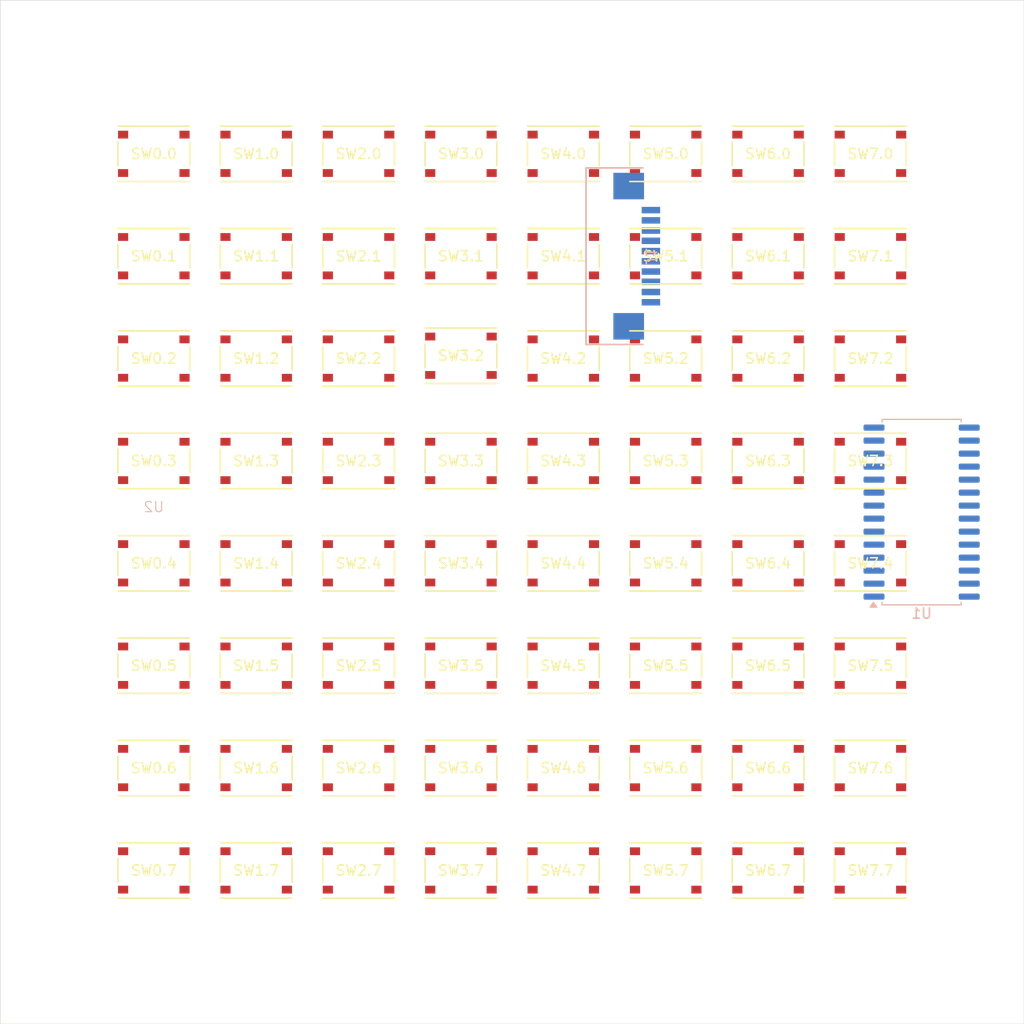
<source format=kicad_pcb>
(kicad_pcb (version 20240108) (generator "pcbnew") (generator_version "8.0")
  (layers (0 "F.Cu" signal) (31 "B.Cu" signal) (34 "B.Paste" user) (35 "F.Paste" user) (36 "B.SilkS" user "B.Silkscreen") (37 "F.SilkS" user "F.Silkscreen") (38 "B.Mask" user) (39 "F.Mask" user) (44 "Edge.Cuts" user))
  (net 0 "")
  (net 1 "/R0")
  (net 2 "/C0")
  (net 4 "/R1")
  (net 6 "/R2")
  (net 14 "/R3")
  (net 15 "/R4")
  (net 16 "/R5")
  (net 17 "/R6")
  (net 18 "/R7")
  (net 19 "/C1")
  (net 28 "/C2")
  (net 43 "/C3")
  (net 57 "/C4")
  (net 66 "/C5")
  (net 75 "/C6")
  (net 84 "/C7")
  (footprint "kicad_inventree_lib:TS-1187A-B-A-B_XKB" (layer "F.Cu") (at 155 95)
    (property "Reference" "SW4.3" (at 0 0 0) (layer "F.SilkS"))
    (property "Value" "TS-1187A-B-A-B")
    (pad "1" smd rect (at -3.000002 -1.875) (size 0.9906 0.762) (layers "F.Cu" "F.Paste" "F.Mask") (net 14 "/R3"))
    (pad "2" smd rect (at 3.000002 -1.875) (size 0.9906 0.762) (layers "F.Cu" "F.Paste" "F.Mask"))
    (pad "3" smd rect (at -3.000002 1.875) (size 0.9906 0.762) (layers "F.Cu" "F.Paste" "F.Mask"))
    (pad "4" smd rect (at 3.000002 1.875) (size 0.9906 0.762) (layers "F.Cu" "F.Paste" "F.Mask") (net 57 "/C4"))
  )
  (footprint "kicad_inventree_lib:TS-1187A-B-A-B_XKB" (layer "F.Cu") (at 175 135)
    (property "Reference" "SW6.7" (at 0 0 0) (layer "F.SilkS"))
    (property "Value" "TS-1187A-B-A-B")
    (pad "1" smd rect (at -3.000002 -1.875) (size 0.9906 0.762) (layers "F.Cu" "F.Paste" "F.Mask") (net 18 "/R7"))
    (pad "2" smd rect (at 3.000002 -1.875) (size 0.9906 0.762) (layers "F.Cu" "F.Paste" "F.Mask"))
    (pad "3" smd rect (at -3.000002 1.875) (size 0.9906 0.762) (layers "F.Cu" "F.Paste" "F.Mask"))
    (pad "4" smd rect (at 3.000002 1.875) (size 0.9906 0.762) (layers "F.Cu" "F.Paste" "F.Mask") (net 75 "/C6"))
  )
  (footprint "kicad_inventree_lib:TS-1187A-B-A-B_XKB" (layer "F.Cu") (at 135 125)
    (property "Reference" "SW2.6" (at 0 0 0) (layer "F.SilkS"))
    (property "Value" "TS-1187A-B-A-B")
    (pad "1" smd rect (at -3.000002 -1.875) (size 0.9906 0.762) (layers "F.Cu" "F.Paste" "F.Mask") (net 17 "/R6"))
    (pad "2" smd rect (at 3.000002 -1.875) (size 0.9906 0.762) (layers "F.Cu" "F.Paste" "F.Mask"))
    (pad "3" smd rect (at -3.000002 1.875) (size 0.9906 0.762) (layers "F.Cu" "F.Paste" "F.Mask"))
    (pad "4" smd rect (at 3.000002 1.875) (size 0.9906 0.762) (layers "F.Cu" "F.Paste" "F.Mask") (net 28 "/C2"))
  )
  (footprint "kicad_inventree_lib:TS-1187A-B-A-B_XKB" (layer "F.Cu") (at 185 85)
    (property "Reference" "SW7.2" (at 0 0 0) (layer "F.SilkS"))
    (property "Value" "TS-1187A-B-A-B")
    (pad "1" smd rect (at -3.000002 -1.875) (size 0.9906 0.762) (layers "F.Cu" "F.Paste" "F.Mask") (net 6 "/R2"))
    (pad "2" smd rect (at 3.000002 -1.875) (size 0.9906 0.762) (layers "F.Cu" "F.Paste" "F.Mask"))
    (pad "3" smd rect (at -3.000002 1.875) (size 0.9906 0.762) (layers "F.Cu" "F.Paste" "F.Mask"))
    (pad "4" smd rect (at 3.000002 1.875) (size 0.9906 0.762) (layers "F.Cu" "F.Paste" "F.Mask") (net 84 "/C7"))
  )
  (footprint "kicad_inventree_lib:TS-1187A-B-A-B_XKB" (layer "F.Cu") (at 185 75)
    (property "Reference" "SW7.1" (at 0 0 0) (layer "F.SilkS"))
    (property "Value" "TS-1187A-B-A-B")
    (pad "1" smd rect (at -3.000002 -1.875) (size 0.9906 0.762) (layers "F.Cu" "F.Paste" "F.Mask") (net 4 "/R1"))
    (pad "2" smd rect (at 3.000002 -1.875) (size 0.9906 0.762) (layers "F.Cu" "F.Paste" "F.Mask"))
    (pad "3" smd rect (at -3.000002 1.875) (size 0.9906 0.762) (layers "F.Cu" "F.Paste" "F.Mask"))
    (pad "4" smd rect (at 3.000002 1.875) (size 0.9906 0.762) (layers "F.Cu" "F.Paste" "F.Mask") (net 84 "/C7"))
  )
  (footprint "kicad_inventree_lib:TS-1187A-B-A-B_XKB" (layer "F.Cu") (at 135 85)
    (property "Reference" "SW2.2" (at 0 0 0) (layer "F.SilkS"))
    (property "Value" "TS-1187A-B-A-B")
    (pad "1" smd rect (at -3.000002 -1.875) (size 0.9906 0.762) (layers "F.Cu" "F.Paste" "F.Mask") (net 6 "/R2"))
    (pad "2" smd rect (at 3.000002 -1.875) (size 0.9906 0.762) (layers "F.Cu" "F.Paste" "F.Mask"))
    (pad "3" smd rect (at -3.000002 1.875) (size 0.9906 0.762) (layers "F.Cu" "F.Paste" "F.Mask"))
    (pad "4" smd rect (at 3.000002 1.875) (size 0.9906 0.762) (layers "F.Cu" "F.Paste" "F.Mask") (net 28 "/C2"))
  )
  (footprint "kicad_inventree_lib:TS-1187A-B-A-B_XKB" (layer "F.Cu") (at 125 75)
    (property "Reference" "SW1.1" (at 0 0 0) (layer "F.SilkS"))
    (property "Value" "TS-1187A-B-A-B")
    (pad "1" smd rect (at -3.000002 -1.875) (size 0.9906 0.762) (layers "F.Cu" "F.Paste" "F.Mask") (net 4 "/R1"))
    (pad "2" smd rect (at 3.000002 -1.875) (size 0.9906 0.762) (layers "F.Cu" "F.Paste" "F.Mask"))
    (pad "3" smd rect (at -3.000002 1.875) (size 0.9906 0.762) (layers "F.Cu" "F.Paste" "F.Mask"))
    (pad "4" smd rect (at 3.000002 1.875) (size 0.9906 0.762) (layers "F.Cu" "F.Paste" "F.Mask") (net 19 "/C1"))
  )
  (footprint "kicad_inventree_lib:TS-1187A-B-A-B_XKB" (layer "F.Cu") (at 145 125)
    (property "Reference" "SW3.6" (at 0 0 0) (layer "F.SilkS"))
    (property "Value" "TS-1187A-B-A-B")
    (pad "1" smd rect (at -3.000002 -1.875) (size 0.9906 0.762) (layers "F.Cu" "F.Paste" "F.Mask") (net 17 "/R6"))
    (pad "2" smd rect (at 3.000002 -1.875) (size 0.9906 0.762) (layers "F.Cu" "F.Paste" "F.Mask"))
    (pad "3" smd rect (at -3.000002 1.875) (size 0.9906 0.762) (layers "F.Cu" "F.Paste" "F.Mask"))
    (pad "4" smd rect (at 3.000002 1.875) (size 0.9906 0.762) (layers "F.Cu" "F.Paste" "F.Mask") (net 43 "/C3"))
  )
  (footprint "kicad_inventree_lib:TS-1187A-B-A-B_XKB" (layer "F.Cu") (at 125 105)
    (property "Reference" "SW1.4" (at 0 0 0) (layer "F.SilkS"))
    (property "Value" "TS-1187A-B-A-B")
    (pad "1" smd rect (at -3.000002 -1.875) (size 0.9906 0.762) (layers "F.Cu" "F.Paste" "F.Mask") (net 15 "/R4"))
    (pad "2" smd rect (at 3.000002 -1.875) (size 0.9906 0.762) (layers "F.Cu" "F.Paste" "F.Mask"))
    (pad "3" smd rect (at -3.000002 1.875) (size 0.9906 0.762) (layers "F.Cu" "F.Paste" "F.Mask"))
    (pad "4" smd rect (at 3.000002 1.875) (size 0.9906 0.762) (layers "F.Cu" "F.Paste" "F.Mask") (net 19 "/C1"))
  )
  (footprint "kicad_inventree_lib:TS-1187A-B-A-B_XKB" (layer "F.Cu") (at 185 65)
    (property "Reference" "SW7.0" (at 0 0 0) (layer "F.SilkS"))
    (property "Value" "TS-1187A-B-A-B")
    (pad "1" smd rect (at -3.000002 -1.875) (size 0.9906 0.762) (layers "F.Cu" "F.Paste" "F.Mask") (net 1 "/R0"))
    (pad "2" smd rect (at 3.000002 -1.875) (size 0.9906 0.762) (layers "F.Cu" "F.Paste" "F.Mask"))
    (pad "3" smd rect (at -3.000002 1.875) (size 0.9906 0.762) (layers "F.Cu" "F.Paste" "F.Mask"))
    (pad "4" smd rect (at 3.000002 1.875) (size 0.9906 0.762) (layers "F.Cu" "F.Paste" "F.Mask") (net 84 "/C7"))
  )
  (footprint "kicad_inventree_lib:TS-1187A-B-A-B_XKB" (layer "F.Cu") (at 145 105)
    (property "Reference" "SW3.4" (at 0 0 0) (layer "F.SilkS"))
    (property "Value" "TS-1187A-B-A-B")
    (pad "1" smd rect (at -3.000002 -1.875) (size 0.9906 0.762) (layers "F.Cu" "F.Paste" "F.Mask") (net 15 "/R4"))
    (pad "2" smd rect (at 3.000002 -1.875) (size 0.9906 0.762) (layers "F.Cu" "F.Paste" "F.Mask"))
    (pad "3" smd rect (at -3.000002 1.875) (size 0.9906 0.762) (layers "F.Cu" "F.Paste" "F.Mask"))
    (pad "4" smd rect (at 3.000002 1.875) (size 0.9906 0.762) (layers "F.Cu" "F.Paste" "F.Mask") (net 43 "/C3"))
  )
  (footprint "kicad_inventree_lib:TS-1187A-B-A-B_XKB" (layer "F.Cu") (at 125 115)
    (property "Reference" "SW1.5" (at 0 0 0) (layer "F.SilkS"))
    (property "Value" "TS-1187A-B-A-B")
    (pad "1" smd rect (at -3.000002 -1.875) (size 0.9906 0.762) (layers "F.Cu" "F.Paste" "F.Mask") (net 16 "/R5"))
    (pad "2" smd rect (at 3.000002 -1.875) (size 0.9906 0.762) (layers "F.Cu" "F.Paste" "F.Mask"))
    (pad "3" smd rect (at -3.000002 1.875) (size 0.9906 0.762) (layers "F.Cu" "F.Paste" "F.Mask"))
    (pad "4" smd rect (at 3.000002 1.875) (size 0.9906 0.762) (layers "F.Cu" "F.Paste" "F.Mask") (net 19 "/C1"))
  )
  (footprint "kicad_inventree_lib:TS-1187A-B-A-B_XKB" (layer "F.Cu") (at 115 135)
    (property "Reference" "SW0.7" (at 0 0 0) (layer "F.SilkS"))
    (property "Value" "TS-1187A-B-A-B")
    (pad "1" smd rect (at -3.000002 -1.875) (size 0.9906 0.762) (layers "F.Cu" "F.Paste" "F.Mask") (net 18 "/R7"))
    (pad "2" smd rect (at 3.000002 -1.875) (size 0.9906 0.762) (layers "F.Cu" "F.Paste" "F.Mask"))
    (pad "3" smd rect (at -3.000002 1.875) (size 0.9906 0.762) (layers "F.Cu" "F.Paste" "F.Mask"))
    (pad "4" smd rect (at 3.000002 1.875) (size 0.9906 0.762) (layers "F.Cu" "F.Paste" "F.Mask") (net 2 "/C0"))
  )
  (footprint "kicad_inventree_lib:TS-1187A-B-A-B_XKB" (layer "F.Cu") (at 175 115)
    (property "Reference" "SW6.5" (at 0 0 0) (layer "F.SilkS"))
    (property "Value" "TS-1187A-B-A-B")
    (pad "1" smd rect (at -3.000002 -1.875) (size 0.9906 0.762) (layers "F.Cu" "F.Paste" "F.Mask") (net 16 "/R5"))
    (pad "2" smd rect (at 3.000002 -1.875) (size 0.9906 0.762) (layers "F.Cu" "F.Paste" "F.Mask"))
    (pad "3" smd rect (at -3.000002 1.875) (size 0.9906 0.762) (layers "F.Cu" "F.Paste" "F.Mask"))
    (pad "4" smd rect (at 3.000002 1.875) (size 0.9906 0.762) (layers "F.Cu" "F.Paste" "F.Mask") (net 75 "/C6"))
  )
  (footprint "kicad_inventree_lib:TS-1187A-B-A-B_XKB" (layer "F.Cu") (at 175 75)
    (property "Reference" "SW6.1" (at 0 0 0) (layer "F.SilkS"))
    (property "Value" "TS-1187A-B-A-B")
    (pad "1" smd rect (at -3.000002 -1.875) (size 0.9906 0.762) (layers "F.Cu" "F.Paste" "F.Mask") (net 4 "/R1"))
    (pad "2" smd rect (at 3.000002 -1.875) (size 0.9906 0.762) (layers "F.Cu" "F.Paste" "F.Mask"))
    (pad "3" smd rect (at -3.000002 1.875) (size 0.9906 0.762) (layers "F.Cu" "F.Paste" "F.Mask"))
    (pad "4" smd rect (at 3.000002 1.875) (size 0.9906 0.762) (layers "F.Cu" "F.Paste" "F.Mask") (net 75 "/C6"))
  )
  (footprint "kicad_inventree_lib:TS-1187A-B-A-B_XKB" (layer "F.Cu") (at 125 85)
    (property "Reference" "SW1.2" (at 0 0 0) (layer "F.SilkS"))
    (property "Value" "TS-1187A-B-A-B")
    (pad "1" smd rect (at -3.000002 -1.875) (size 0.9906 0.762) (layers "F.Cu" "F.Paste" "F.Mask") (net 6 "/R2"))
    (pad "2" smd rect (at 3.000002 -1.875) (size 0.9906 0.762) (layers "F.Cu" "F.Paste" "F.Mask"))
    (pad "3" smd rect (at -3.000002 1.875) (size 0.9906 0.762) (layers "F.Cu" "F.Paste" "F.Mask"))
    (pad "4" smd rect (at 3.000002 1.875) (size 0.9906 0.762) (layers "F.Cu" "F.Paste" "F.Mask") (net 19 "/C1"))
  )
  (footprint "kicad_inventree_lib:TS-1187A-B-A-B_XKB" (layer "F.Cu") (at 135 115)
    (property "Reference" "SW2.5" (at 0 0 0) (layer "F.SilkS"))
    (property "Value" "TS-1187A-B-A-B")
    (pad "1" smd rect (at -3.000002 -1.875) (size 0.9906 0.762) (layers "F.Cu" "F.Paste" "F.Mask") (net 16 "/R5"))
    (pad "2" smd rect (at 3.000002 -1.875) (size 0.9906 0.762) (layers "F.Cu" "F.Paste" "F.Mask"))
    (pad "3" smd rect (at -3.000002 1.875) (size 0.9906 0.762) (layers "F.Cu" "F.Paste" "F.Mask"))
    (pad "4" smd rect (at 3.000002 1.875) (size 0.9906 0.762) (layers "F.Cu" "F.Paste" "F.Mask") (net 28 "/C2"))
  )
  (footprint "kicad_inventree_lib:TS-1187A-B-A-B_XKB" (layer "F.Cu") (at 115 85)
    (property "Reference" "SW0.2" (at 0 0 0) (layer "F.SilkS"))
    (property "Value" "TS-1187A-B-A-B")
    (pad "1" smd rect (at -3.000002 -1.875) (size 0.9906 0.762) (layers "F.Cu" "F.Paste" "F.Mask") (net 6 "/R2"))
    (pad "2" smd rect (at 3.000002 -1.875) (size 0.9906 0.762) (layers "F.Cu" "F.Paste" "F.Mask"))
    (pad "3" smd rect (at -3.000002 1.875) (size 0.9906 0.762) (layers "F.Cu" "F.Paste" "F.Mask"))
    (pad "4" smd rect (at 3.000002 1.875) (size 0.9906 0.762) (layers "F.Cu" "F.Paste" "F.Mask") (net 2 "/C0"))
  )
  (footprint "kicad_inventree_lib:TS-1187A-B-A-B_XKB" (layer "F.Cu") (at 175 85)
    (property "Reference" "SW6.2" (at 0 0 0) (layer "F.SilkS"))
    (property "Value" "TS-1187A-B-A-B")
    (pad "1" smd rect (at -3.000002 -1.875) (size 0.9906 0.762) (layers "F.Cu" "F.Paste" "F.Mask") (net 6 "/R2"))
    (pad "2" smd rect (at 3.000002 -1.875) (size 0.9906 0.762) (layers "F.Cu" "F.Paste" "F.Mask"))
    (pad "3" smd rect (at -3.000002 1.875) (size 0.9906 0.762) (layers "F.Cu" "F.Paste" "F.Mask"))
    (pad "4" smd rect (at 3.000002 1.875) (size 0.9906 0.762) (layers "F.Cu" "F.Paste" "F.Mask") (net 75 "/C6"))
  )
  (footprint "kicad_inventree_lib:TS-1187A-B-A-B_XKB" (layer "F.Cu") (at 145 115)
    (property "Reference" "SW3.5" (at 0 0 0) (layer "F.SilkS"))
    (property "Value" "TS-1187A-B-A-B")
    (pad "1" smd rect (at -3.000002 -1.875) (size 0.9906 0.762) (layers "F.Cu" "F.Paste" "F.Mask") (net 16 "/R5"))
    (pad "2" smd rect (at 3.000002 -1.875) (size 0.9906 0.762) (layers "F.Cu" "F.Paste" "F.Mask"))
    (pad "3" smd rect (at -3.000002 1.875) (size 0.9906 0.762) (layers "F.Cu" "F.Paste" "F.Mask"))
    (pad "4" smd rect (at 3.000002 1.875) (size 0.9906 0.762) (layers "F.Cu" "F.Paste" "F.Mask") (net 43 "/C3"))
  )
  (footprint "kicad_inventree_lib:TS-1187A-B-A-B_XKB" (layer "F.Cu") (at 175 105)
    (property "Reference" "SW6.4" (at 0 0 0) (layer "F.SilkS"))
    (property "Value" "TS-1187A-B-A-B")
    (pad "1" smd rect (at -3.000002 -1.875) (size 0.9906 0.762) (layers "F.Cu" "F.Paste" "F.Mask") (net 15 "/R4"))
    (pad "2" smd rect (at 3.000002 -1.875) (size 0.9906 0.762) (layers "F.Cu" "F.Paste" "F.Mask"))
    (pad "3" smd rect (at -3.000002 1.875) (size 0.9906 0.762) (layers "F.Cu" "F.Paste" "F.Mask"))
    (pad "4" smd rect (at 3.000002 1.875) (size 0.9906 0.762) (layers "F.Cu" "F.Paste" "F.Mask") (net 75 "/C6"))
  )
  (footprint "kicad_inventree_lib:TS-1187A-B-A-B_XKB" (layer "F.Cu") (at 165 135)
    (property "Reference" "SW5.7" (at 0 0 0) (layer "F.SilkS"))
    (property "Value" "TS-1187A-B-A-B")
    (pad "1" smd rect (at -3.000002 -1.875) (size 0.9906 0.762) (layers "F.Cu" "F.Paste" "F.Mask") (net 18 "/R7"))
    (pad "2" smd rect (at 3.000002 -1.875) (size 0.9906 0.762) (layers "F.Cu" "F.Paste" "F.Mask"))
    (pad "3" smd rect (at -3.000002 1.875) (size 0.9906 0.762) (layers "F.Cu" "F.Paste" "F.Mask"))
    (pad "4" smd rect (at 3.000002 1.875) (size 0.9906 0.762) (layers "F.Cu" "F.Paste" "F.Mask") (net 66 "/C5"))
  )
  (footprint "kicad_inventree_lib:TS-1187A-B-A-B_XKB" (layer "F.Cu") (at 185 95)
    (property "Reference" "SW7.3" (at 0 0 0) (layer "F.SilkS"))
    (property "Value" "TS-1187A-B-A-B")
    (pad "1" smd rect (at -3.000002 -1.875) (size 0.9906 0.762) (layers "F.Cu" "F.Paste" "F.Mask") (net 14 "/R3"))
    (pad "2" smd rect (at 3.000002 -1.875) (size 0.9906 0.762) (layers "F.Cu" "F.Paste" "F.Mask"))
    (pad "3" smd rect (at -3.000002 1.875) (size 0.9906 0.762) (layers "F.Cu" "F.Paste" "F.Mask"))
    (pad "4" smd rect (at 3.000002 1.875) (size 0.9906 0.762) (layers "F.Cu" "F.Paste" "F.Mask") (net 84 "/C7"))
  )
  (footprint "kicad_inventree_lib:TS-1187A-B-A-B_XKB" (layer "F.Cu") (at 165 105)
    (property "Reference" "SW5.4" (at 0 0 0) (layer "F.SilkS"))
    (property "Value" "TS-1187A-B-A-B")
    (pad "1" smd rect (at -3.000002 -1.875) (size 0.9906 0.762) (layers "F.Cu" "F.Paste" "F.Mask") (net 15 "/R4"))
    (pad "2" smd rect (at 3.000002 -1.875) (size 0.9906 0.762) (layers "F.Cu" "F.Paste" "F.Mask"))
    (pad "3" smd rect (at -3.000002 1.875) (size 0.9906 0.762) (layers "F.Cu" "F.Paste" "F.Mask"))
    (pad "4" smd rect (at 3.000002 1.875) (size 0.9906 0.762) (layers "F.Cu" "F.Paste" "F.Mask") (net 66 "/C5"))
  )
  (footprint "kicad_inventree_lib:TS-1187A-B-A-B_XKB" (layer "F.Cu") (at 155 65)
    (property "Reference" "SW4.0" (at 0 0 0) (layer "F.SilkS"))
    (property "Value" "TS-1187A-B-A-B")
    (pad "1" smd rect (at -3.000002 -1.875) (size 0.9906 0.762) (layers "F.Cu" "F.Paste" "F.Mask") (net 1 "/R0"))
    (pad "2" smd rect (at 3.000002 -1.875) (size 0.9906 0.762) (layers "F.Cu" "F.Paste" "F.Mask"))
    (pad "3" smd rect (at -3.000002 1.875) (size 0.9906 0.762) (layers "F.Cu" "F.Paste" "F.Mask"))
    (pad "4" smd rect (at 3.000002 1.875) (size 0.9906 0.762) (layers "F.Cu" "F.Paste" "F.Mask") (net 57 "/C4"))
  )
  (footprint "kicad_inventree_lib:TS-1187A-B-A-B_XKB" (layer "F.Cu") (at 185 135)
    (property "Reference" "SW7.7" (at 0 0 0) (layer "F.SilkS"))
    (property "Value" "TS-1187A-B-A-B")
    (pad "1" smd rect (at -3.000002 -1.875) (size 0.9906 0.762) (layers "F.Cu" "F.Paste" "F.Mask") (net 18 "/R7"))
    (pad "2" smd rect (at 3.000002 -1.875) (size 0.9906 0.762) (layers "F.Cu" "F.Paste" "F.Mask"))
    (pad "3" smd rect (at -3.000002 1.875) (size 0.9906 0.762) (layers "F.Cu" "F.Paste" "F.Mask"))
    (pad "4" smd rect (at 3.000002 1.875) (size 0.9906 0.762) (layers "F.Cu" "F.Paste" "F.Mask") (net 84 "/C7"))
  )
  (footprint "kicad_inventree_lib:TS-1187A-B-A-B_XKB" (layer "F.Cu") (at 165 115)
    (property "Reference" "SW5.5" (at 0 0 0) (layer "F.SilkS"))
    (property "Value" "TS-1187A-B-A-B")
    (pad "1" smd rect (at -3.000002 -1.875) (size 0.9906 0.762) (layers "F.Cu" "F.Paste" "F.Mask") (net 16 "/R5"))
    (pad "2" smd rect (at 3.000002 -1.875) (size 0.9906 0.762) (layers "F.Cu" "F.Paste" "F.Mask"))
    (pad "3" smd rect (at -3.000002 1.875) (size 0.9906 0.762) (layers "F.Cu" "F.Paste" "F.Mask"))
    (pad "4" smd rect (at 3.000002 1.875) (size 0.9906 0.762) (layers "F.Cu" "F.Paste" "F.Mask") (net 66 "/C5"))
  )
  (footprint "kicad_inventree_lib:TS-1187A-B-A-B_XKB" (layer "F.Cu") (at 185 115)
    (property "Reference" "SW7.5" (at 0 0 0) (layer "F.SilkS"))
    (property "Value" "TS-1187A-B-A-B")
    (pad "1" smd rect (at -3.000002 -1.875) (size 0.9906 0.762) (layers "F.Cu" "F.Paste" "F.Mask") (net 16 "/R5"))
    (pad "2" smd rect (at 3.000002 -1.875) (size 0.9906 0.762) (layers "F.Cu" "F.Paste" "F.Mask"))
    (pad "3" smd rect (at -3.000002 1.875) (size 0.9906 0.762) (layers "F.Cu" "F.Paste" "F.Mask"))
    (pad "4" smd rect (at 3.000002 1.875) (size 0.9906 0.762) (layers "F.Cu" "F.Paste" "F.Mask") (net 84 "/C7"))
  )
  (footprint "kicad_inventree_lib:TS-1187A-B-A-B_XKB" (layer "F.Cu") (at 155 105)
    (property "Reference" "SW4.4" (at 0 0 0) (layer "F.SilkS"))
    (property "Value" "TS-1187A-B-A-B")
    (pad "1" smd rect (at -3.000002 -1.875) (size 0.9906 0.762) (layers "F.Cu" "F.Paste" "F.Mask") (net 15 "/R4"))
    (pad "2" smd rect (at 3.000002 -1.875) (size 0.9906 0.762) (layers "F.Cu" "F.Paste" "F.Mask"))
    (pad "3" smd rect (at -3.000002 1.875) (size 0.9906 0.762) (layers "F.Cu" "F.Paste" "F.Mask"))
    (pad "4" smd rect (at 3.000002 1.875) (size 0.9906 0.762) (layers "F.Cu" "F.Paste" "F.Mask") (net 57 "/C4"))
  )
  (footprint "kicad_inventree_lib:TS-1187A-B-A-B_XKB" (layer "F.Cu") (at 115 105)
    (property "Reference" "SW0.4" (at 0 0 0) (layer "F.SilkS"))
    (property "Value" "TS-1187A-B-A-B")
    (pad "1" smd rect (at -3.000002 -1.875) (size 0.9906 0.762) (layers "F.Cu" "F.Paste" "F.Mask") (net 15 "/R4"))
    (pad "2" smd rect (at 3.000002 -1.875) (size 0.9906 0.762) (layers "F.Cu" "F.Paste" "F.Mask"))
    (pad "3" smd rect (at -3.000002 1.875) (size 0.9906 0.762) (layers "F.Cu" "F.Paste" "F.Mask"))
    (pad "4" smd rect (at 3.000002 1.875) (size 0.9906 0.762) (layers "F.Cu" "F.Paste" "F.Mask") (net 2 "/C0"))
  )
  (footprint "kicad_inventree_lib:TS-1187A-B-A-B_XKB" (layer "F.Cu") (at 165 65)
    (property "Reference" "SW5.0" (at 0 0 0) (layer "F.SilkS"))
    (property "Value" "TS-1187A-B-A-B")
    (pad "1" smd rect (at -3.000002 -1.875) (size 0.9906 0.762) (layers "F.Cu" "F.Paste" "F.Mask") (net 1 "/R0"))
    (pad "2" smd rect (at 3.000002 -1.875) (size 0.9906 0.762) (layers "F.Cu" "F.Paste" "F.Mask"))
    (pad "3" smd rect (at -3.000002 1.875) (size 0.9906 0.762) (layers "F.Cu" "F.Paste" "F.Mask"))
    (pad "4" smd rect (at 3.000002 1.875) (size 0.9906 0.762) (layers "F.Cu" "F.Paste" "F.Mask") (net 66 "/C5"))
  )
  (footprint "kicad_inventree_lib:TS-1187A-B-A-B_XKB" (layer "F.Cu") (at 155 135)
    (property "Reference" "SW4.7" (at 0 0 0) (layer "F.SilkS"))
    (property "Value" "TS-1187A-B-A-B")
    (pad "1" smd rect (at -3.000002 -1.875) (size 0.9906 0.762) (layers "F.Cu" "F.Paste" "F.Mask") (net 18 "/R7"))
    (pad "2" smd rect (at 3.000002 -1.875) (size 0.9906 0.762) (layers "F.Cu" "F.Paste" "F.Mask"))
    (pad "3" smd rect (at -3.000002 1.875) (size 0.9906 0.762) (layers "F.Cu" "F.Paste" "F.Mask"))
    (pad "4" smd rect (at 3.000002 1.875) (size 0.9906 0.762) (layers "F.Cu" "F.Paste" "F.Mask") (net 57 "/C4"))
  )
  (footprint "kicad_inventree_lib:TS-1187A-B-A-B_XKB" (layer "F.Cu") (at 145 75)
    (property "Reference" "SW3.1" (at 0 0 0) (layer "F.SilkS"))
    (property "Value" "TS-1187A-B-A-B")
    (pad "1" smd rect (at -3.000002 -1.875) (size 0.9906 0.762) (layers "F.Cu" "F.Paste" "F.Mask") (net 4 "/R1"))
    (pad "2" smd rect (at 3.000002 -1.875) (size 0.9906 0.762) (layers "F.Cu" "F.Paste" "F.Mask"))
    (pad "3" smd rect (at -3.000002 1.875) (size 0.9906 0.762) (layers "F.Cu" "F.Paste" "F.Mask"))
    (pad "4" smd rect (at 3.000002 1.875) (size 0.9906 0.762) (layers "F.Cu" "F.Paste" "F.Mask") (net 43 "/C3"))
  )
  (footprint "kicad_inventree_lib:TS-1187A-B-A-B_XKB" (layer "F.Cu") (at 115 75)
    (property "Reference" "SW0.1" (at 0 0 0) (layer "F.SilkS"))
    (property "Value" "TS-1187A-B-A-B")
    (pad "1" smd rect (at -3.000002 -1.875) (size 0.9906 0.762) (layers "F.Cu" "F.Paste" "F.Mask") (net 4 "/R1"))
    (pad "2" smd rect (at 3.000002 -1.875) (size 0.9906 0.762) (layers "F.Cu" "F.Paste" "F.Mask"))
    (pad "3" smd rect (at -3.000002 1.875) (size 0.9906 0.762) (layers "F.Cu" "F.Paste" "F.Mask"))
    (pad "4" smd rect (at 3.000002 1.875) (size 0.9906 0.762) (layers "F.Cu" "F.Paste" "F.Mask") (net 2 "/C0"))
  )
  (footprint "kicad_inventree_lib:TS-1187A-B-A-B_XKB" (layer "F.Cu") (at 125 125)
    (property "Reference" "SW1.6" (at 0 0 0) (layer "F.SilkS"))
    (property "Value" "TS-1187A-B-A-B")
    (pad "1" smd rect (at -3.000002 -1.875) (size 0.9906 0.762) (layers "F.Cu" "F.Paste" "F.Mask") (net 17 "/R6"))
    (pad "2" smd rect (at 3.000002 -1.875) (size 0.9906 0.762) (layers "F.Cu" "F.Paste" "F.Mask"))
    (pad "3" smd rect (at -3.000002 1.875) (size 0.9906 0.762) (layers "F.Cu" "F.Paste" "F.Mask"))
    (pad "4" smd rect (at 3.000002 1.875) (size 0.9906 0.762) (layers "F.Cu" "F.Paste" "F.Mask") (net 19 "/C1"))
  )
  (footprint "kicad_inventree_lib:TS-1187A-B-A-B_XKB" (layer "F.Cu") (at 185 125)
    (property "Reference" "SW7.6" (at 0 0 0) (layer "F.SilkS"))
    (property "Value" "TS-1187A-B-A-B")
    (pad "1" smd rect (at -3.000002 -1.875) (size 0.9906 0.762) (layers "F.Cu" "F.Paste" "F.Mask") (net 17 "/R6"))
    (pad "2" smd rect (at 3.000002 -1.875) (size 0.9906 0.762) (layers "F.Cu" "F.Paste" "F.Mask"))
    (pad "3" smd rect (at -3.000002 1.875) (size 0.9906 0.762) (layers "F.Cu" "F.Paste" "F.Mask"))
    (pad "4" smd rect (at 3.000002 1.875) (size 0.9906 0.762) (layers "F.Cu" "F.Paste" "F.Mask") (net 84 "/C7"))
  )
  (footprint "kicad_inventree_lib:TS-1187A-B-A-B_XKB" (layer "F.Cu") (at 115 95)
    (property "Reference" "SW0.3" (at 0 0 0) (layer "F.SilkS"))
    (property "Value" "TS-1187A-B-A-B")
    (pad "1" smd rect (at -3.000002 -1.875) (size 0.9906 0.762) (layers "F.Cu" "F.Paste" "F.Mask") (net 14 "/R3"))
    (pad "2" smd rect (at 3.000002 -1.875) (size 0.9906 0.762) (layers "F.Cu" "F.Paste" "F.Mask"))
    (pad "3" smd rect (at -3.000002 1.875) (size 0.9906 0.762) (layers "F.Cu" "F.Paste" "F.Mask"))
    (pad "4" smd rect (at 3.000002 1.875) (size 0.9906 0.762) (layers "F.Cu" "F.Paste" "F.Mask") (net 2 "/C0"))
  )
  (footprint "kicad_inventree_lib:TS-1187A-B-A-B_XKB" (layer "F.Cu") (at 155 75)
    (property "Reference" "SW4.1" (at 0 0 0) (layer "F.SilkS"))
    (property "Value" "TS-1187A-B-A-B")
    (pad "1" smd rect (at -3.000002 -1.875) (size 0.9906 0.762) (layers "F.Cu" "F.Paste" "F.Mask") (net 4 "/R1"))
    (pad "2" smd rect (at 3.000002 -1.875) (size 0.9906 0.762) (layers "F.Cu" "F.Paste" "F.Mask"))
    (pad "3" smd rect (at -3.000002 1.875) (size 0.9906 0.762) (layers "F.Cu" "F.Paste" "F.Mask"))
    (pad "4" smd rect (at 3.000002 1.875) (size 0.9906 0.762) (layers "F.Cu" "F.Paste" "F.Mask") (net 57 "/C4"))
  )
  (footprint "kicad_inventree_lib:TS-1187A-B-A-B_XKB" (layer "F.Cu") (at 125 65)
    (property "Reference" "SW1.0" (at 0 0 0) (layer "F.SilkS"))
    (property "Value" "TS-1187A-B-A-B")
    (pad "1" smd rect (at -3.000002 -1.875) (size 0.9906 0.762) (layers "F.Cu" "F.Paste" "F.Mask") (net 1 "/R0"))
    (pad "2" smd rect (at 3.000002 -1.875) (size 0.9906 0.762) (layers "F.Cu" "F.Paste" "F.Mask"))
    (pad "3" smd rect (at -3.000002 1.875) (size 0.9906 0.762) (layers "F.Cu" "F.Paste" "F.Mask"))
    (pad "4" smd rect (at 3.000002 1.875) (size 0.9906 0.762) (layers "F.Cu" "F.Paste" "F.Mask") (net 19 "/C1"))
  )
  (footprint "kicad_inventree_lib:TS-1187A-B-A-B_XKB" (layer "F.Cu") (at 145 84.7254)
    (property "Reference" "SW3.2" (at 0 0 0) (layer "F.SilkS"))
    (property "Value" "TS-1187A-B-A-B")
    (pad "1" smd rect (at -3.000002 -1.875) (size 0.9906 0.762) (layers "F.Cu" "F.Paste" "F.Mask") (net 6 "/R2"))
    (pad "2" smd rect (at 3.000002 -1.875) (size 0.9906 0.762) (layers "F.Cu" "F.Paste" "F.Mask"))
    (pad "3" smd rect (at -3.000002 1.875) (size 0.9906 0.762) (layers "F.Cu" "F.Paste" "F.Mask"))
    (pad "4" smd rect (at 3.000002 1.875) (size 0.9906 0.762) (layers "F.Cu" "F.Paste" "F.Mask") (net 43 "/C3"))
  )
  (footprint "kicad_inventree_lib:TS-1187A-B-A-B_XKB" (layer "F.Cu") (at 175 125)
    (property "Reference" "SW6.6" (at 0 0 0) (layer "F.SilkS"))
    (property "Value" "TS-1187A-B-A-B")
    (pad "1" smd rect (at -3.000002 -1.875) (size 0.9906 0.762) (layers "F.Cu" "F.Paste" "F.Mask") (net 17 "/R6"))
    (pad "2" smd rect (at 3.000002 -1.875) (size 0.9906 0.762) (layers "F.Cu" "F.Paste" "F.Mask"))
    (pad "3" smd rect (at -3.000002 1.875) (size 0.9906 0.762) (layers "F.Cu" "F.Paste" "F.Mask"))
    (pad "4" smd rect (at 3.000002 1.875) (size 0.9906 0.762) (layers "F.Cu" "F.Paste" "F.Mask") (net 75 "/C6"))
  )
  (footprint "kicad_inventree_lib:TS-1187A-B-A-B_XKB" (layer "F.Cu") (at 135 95)
    (property "Reference" "SW2.3" (at 0 0 0) (layer "F.SilkS"))
    (property "Value" "TS-1187A-B-A-B")
    (pad "1" smd rect (at -3.000002 -1.875) (size 0.9906 0.762) (layers "F.Cu" "F.Paste" "F.Mask") (net 14 "/R3"))
    (pad "2" smd rect (at 3.000002 -1.875) (size 0.9906 0.762) (layers "F.Cu" "F.Paste" "F.Mask"))
    (pad "3" smd rect (at -3.000002 1.875) (size 0.9906 0.762) (layers "F.Cu" "F.Paste" "F.Mask"))
    (pad "4" smd rect (at 3.000002 1.875) (size 0.9906 0.762) (layers "F.Cu" "F.Paste" "F.Mask") (net 28 "/C2"))
  )
  (footprint "kicad_inventree_lib:TS-1187A-B-A-B_XKB" (layer "F.Cu") (at 165 75)
    (property "Reference" "SW5.1" (at 0 0 0) (layer "F.SilkS"))
    (property "Value" "TS-1187A-B-A-B")
    (pad "1" smd rect (at -3.000002 -1.875) (size 0.9906 0.762) (layers "F.Cu" "F.Paste" "F.Mask") (net 4 "/R1"))
    (pad "2" smd rect (at 3.000002 -1.875) (size 0.9906 0.762) (layers "F.Cu" "F.Paste" "F.Mask"))
    (pad "3" smd rect (at -3.000002 1.875) (size 0.9906 0.762) (layers "F.Cu" "F.Paste" "F.Mask"))
    (pad "4" smd rect (at 3.000002 1.875) (size 0.9906 0.762) (layers "F.Cu" "F.Paste" "F.Mask") (net 66 "/C5"))
  )
  (footprint "kicad_inventree_lib:TS-1187A-B-A-B_XKB" (layer "F.Cu") (at 135 65)
    (property "Reference" "SW2.0" (at 0 0 0) (layer "F.SilkS"))
    (property "Value" "TS-1187A-B-A-B")
    (pad "1" smd rect (at -3.000002 -1.875) (size 0.9906 0.762) (layers "F.Cu" "F.Paste" "F.Mask") (net 1 "/R0"))
    (pad "2" smd rect (at 3.000002 -1.875) (size 0.9906 0.762) (layers "F.Cu" "F.Paste" "F.Mask"))
    (pad "3" smd rect (at -3.000002 1.875) (size 0.9906 0.762) (layers "F.Cu" "F.Paste" "F.Mask"))
    (pad "4" smd rect (at 3.000002 1.875) (size 0.9906 0.762) (layers "F.Cu" "F.Paste" "F.Mask") (net 28 "/C2"))
  )
  (footprint "kicad_inventree_lib:TS-1187A-B-A-B_XKB" (layer "F.Cu") (at 145 95)
    (property "Reference" "SW3.3" (at 0 0 0) (layer "F.SilkS"))
    (property "Value" "TS-1187A-B-A-B")
    (pad "1" smd rect (at -3.000002 -1.875) (size 0.9906 0.762) (layers "F.Cu" "F.Paste" "F.Mask") (net 14 "/R3"))
    (pad "2" smd rect (at 3.000002 -1.875) (size 0.9906 0.762) (layers "F.Cu" "F.Paste" "F.Mask"))
    (pad "3" smd rect (at -3.000002 1.875) (size 0.9906 0.762) (layers "F.Cu" "F.Paste" "F.Mask"))
    (pad "4" smd rect (at 3.000002 1.875) (size 0.9906 0.762) (layers "F.Cu" "F.Paste" "F.Mask") (net 43 "/C3"))
  )
  (footprint "kicad_inventree_lib:TS-1187A-B-A-B_XKB" (layer "F.Cu") (at 155 85)
    (property "Reference" "SW4.2" (at 0 0 0) (layer "F.SilkS"))
    (property "Value" "TS-1187A-B-A-B")
    (pad "1" smd rect (at -3.000002 -1.875) (size 0.9906 0.762) (layers "F.Cu" "F.Paste" "F.Mask") (net 6 "/R2"))
    (pad "2" smd rect (at 3.000002 -1.875) (size 0.9906 0.762) (layers "F.Cu" "F.Paste" "F.Mask"))
    (pad "3" smd rect (at -3.000002 1.875) (size 0.9906 0.762) (layers "F.Cu" "F.Paste" "F.Mask"))
    (pad "4" smd rect (at 3.000002 1.875) (size 0.9906 0.762) (layers "F.Cu" "F.Paste" "F.Mask") (net 57 "/C4"))
  )
  (footprint "kicad_inventree_lib:TS-1187A-B-A-B_XKB" (layer "F.Cu") (at 115 65)
    (property "Reference" "SW0.0" (at 0 0 0) (layer "F.SilkS"))
    (property "Value" "TS-1187A-B-A-B")
    (pad "1" smd rect (at -3.000002 -1.875) (size 0.9906 0.762) (layers "F.Cu" "F.Paste" "F.Mask") (net 1 "/R0"))
    (pad "2" smd rect (at 3.000002 -1.875) (size 0.9906 0.762) (layers "F.Cu" "F.Paste" "F.Mask"))
    (pad "3" smd rect (at -3.000002 1.875) (size 0.9906 0.762) (layers "F.Cu" "F.Paste" "F.Mask"))
    (pad "4" smd rect (at 3.000002 1.875) (size 0.9906 0.762) (layers "F.Cu" "F.Paste" "F.Mask") (net 2 "/C0"))
  )
  (footprint "kicad_inventree_lib:TS-1187A-B-A-B_XKB" (layer "F.Cu") (at 145 135)
    (property "Reference" "SW3.7" (at 0 0 0) (layer "F.SilkS"))
    (property "Value" "TS-1187A-B-A-B")
    (pad "1" smd rect (at -3.000002 -1.875) (size 0.9906 0.762) (layers "F.Cu" "F.Paste" "F.Mask") (net 18 "/R7"))
    (pad "2" smd rect (at 3.000002 -1.875) (size 0.9906 0.762) (layers "F.Cu" "F.Paste" "F.Mask"))
    (pad "3" smd rect (at -3.000002 1.875) (size 0.9906 0.762) (layers "F.Cu" "F.Paste" "F.Mask"))
    (pad "4" smd rect (at 3.000002 1.875) (size 0.9906 0.762) (layers "F.Cu" "F.Paste" "F.Mask") (net 43 "/C3"))
  )
  (footprint "kicad_inventree_lib:TS-1187A-B-A-B_XKB" (layer "F.Cu") (at 135 105)
    (property "Reference" "SW2.4" (at 0 0 0) (layer "F.SilkS"))
    (property "Value" "TS-1187A-B-A-B")
    (pad "1" smd rect (at -3.000002 -1.875) (size 0.9906 0.762) (layers "F.Cu" "F.Paste" "F.Mask") (net 15 "/R4"))
    (pad "2" smd rect (at 3.000002 -1.875) (size 0.9906 0.762) (layers "F.Cu" "F.Paste" "F.Mask"))
    (pad "3" smd rect (at -3.000002 1.875) (size 0.9906 0.762) (layers "F.Cu" "F.Paste" "F.Mask"))
    (pad "4" smd rect (at 3.000002 1.875) (size 0.9906 0.762) (layers "F.Cu" "F.Paste" "F.Mask") (net 28 "/C2"))
  )
  (footprint "kicad_inventree_lib:TS-1187A-B-A-B_XKB" (layer "F.Cu") (at 135 75)
    (property "Reference" "SW2.1" (at 0 0 0) (layer "F.SilkS"))
    (property "Value" "TS-1187A-B-A-B")
    (pad "1" smd rect (at -3.000002 -1.875) (size 0.9906 0.762) (layers "F.Cu" "F.Paste" "F.Mask") (net 4 "/R1"))
    (pad "2" smd rect (at 3.000002 -1.875) (size 0.9906 0.762) (layers "F.Cu" "F.Paste" "F.Mask"))
    (pad "3" smd rect (at -3.000002 1.875) (size 0.9906 0.762) (layers "F.Cu" "F.Paste" "F.Mask"))
    (pad "4" smd rect (at 3.000002 1.875) (size 0.9906 0.762) (layers "F.Cu" "F.Paste" "F.Mask") (net 28 "/C2"))
  )
  (footprint "kicad_inventree_lib:TS-1187A-B-A-B_XKB" (layer "F.Cu") (at 155 125)
    (property "Reference" "SW4.6" (at 0 0 0) (layer "F.SilkS"))
    (property "Value" "TS-1187A-B-A-B")
    (pad "1" smd rect (at -3.000002 -1.875) (size 0.9906 0.762) (layers "F.Cu" "F.Paste" "F.Mask") (net 17 "/R6"))
    (pad "2" smd rect (at 3.000002 -1.875) (size 0.9906 0.762) (layers "F.Cu" "F.Paste" "F.Mask"))
    (pad "3" smd rect (at -3.000002 1.875) (size 0.9906 0.762) (layers "F.Cu" "F.Paste" "F.Mask"))
    (pad "4" smd rect (at 3.000002 1.875) (size 0.9906 0.762) (layers "F.Cu" "F.Paste" "F.Mask") (net 57 "/C4"))
  )
  (footprint "kicad_inventree_lib:TS-1187A-B-A-B_XKB" (layer "F.Cu") (at 115 115)
    (property "Reference" "SW0.5" (at 0 0 0) (layer "F.SilkS"))
    (property "Value" "TS-1187A-B-A-B")
    (pad "1" smd rect (at -3.000002 -1.875) (size 0.9906 0.762) (layers "F.Cu" "F.Paste" "F.Mask") (net 16 "/R5"))
    (pad "2" smd rect (at 3.000002 -1.875) (size 0.9906 0.762) (layers "F.Cu" "F.Paste" "F.Mask"))
    (pad "3" smd rect (at -3.000002 1.875) (size 0.9906 0.762) (layers "F.Cu" "F.Paste" "F.Mask"))
    (pad "4" smd rect (at 3.000002 1.875) (size 0.9906 0.762) (layers "F.Cu" "F.Paste" "F.Mask") (net 2 "/C0"))
  )
  (footprint "kicad_inventree_lib:TS-1187A-B-A-B_XKB" (layer "F.Cu") (at 155 115)
    (property "Reference" "SW4.5" (at 0 0 0) (layer "F.SilkS"))
    (property "Value" "TS-1187A-B-A-B")
    (pad "1" smd rect (at -3.000002 -1.875) (size 0.9906 0.762) (layers "F.Cu" "F.Paste" "F.Mask") (net 16 "/R5"))
    (pad "2" smd rect (at 3.000002 -1.875) (size 0.9906 0.762) (layers "F.Cu" "F.Paste" "F.Mask"))
    (pad "3" smd rect (at -3.000002 1.875) (size 0.9906 0.762) (layers "F.Cu" "F.Paste" "F.Mask"))
    (pad "4" smd rect (at 3.000002 1.875) (size 0.9906 0.762) (layers "F.Cu" "F.Paste" "F.Mask") (net 57 "/C4"))
  )
  (footprint "kicad_inventree_lib:TS-1187A-B-A-B_XKB" (layer "F.Cu") (at 175 65)
    (property "Reference" "SW6.0" (at 0 0 0) (layer "F.SilkS"))
    (property "Value" "TS-1187A-B-A-B")
    (pad "1" smd rect (at -3.000002 -1.875) (size 0.9906 0.762) (layers "F.Cu" "F.Paste" "F.Mask") (net 1 "/R0"))
    (pad "2" smd rect (at 3.000002 -1.875) (size 0.9906 0.762) (layers "F.Cu" "F.Paste" "F.Mask"))
    (pad "3" smd rect (at -3.000002 1.875) (size 0.9906 0.762) (layers "F.Cu" "F.Paste" "F.Mask"))
    (pad "4" smd rect (at 3.000002 1.875) (size 0.9906 0.762) (layers "F.Cu" "F.Paste" "F.Mask") (net 75 "/C6"))
  )
  (footprint "kicad_inventree_lib:TS-1187A-B-A-B_XKB" (layer "F.Cu") (at 185 105)
    (property "Reference" "SW7.4" (at 0 0 0) (layer "F.SilkS"))
    (property "Value" "TS-1187A-B-A-B")
    (pad "1" smd rect (at -3.000002 -1.875) (size 0.9906 0.762) (layers "F.Cu" "F.Paste" "F.Mask") (net 15 "/R4"))
    (pad "2" smd rect (at 3.000002 -1.875) (size 0.9906 0.762) (layers "F.Cu" "F.Paste" "F.Mask"))
    (pad "3" smd rect (at -3.000002 1.875) (size 0.9906 0.762) (layers "F.Cu" "F.Paste" "F.Mask"))
    (pad "4" smd rect (at 3.000002 1.875) (size 0.9906 0.762) (layers "F.Cu" "F.Paste" "F.Mask") (net 84 "/C7"))
  )
  (footprint "kicad_inventree_lib:TS-1187A-B-A-B_XKB" (layer "F.Cu") (at 165 95)
    (property "Reference" "SW5.3" (at 0 0 0) (layer "F.SilkS"))
    (property "Value" "TS-1187A-B-A-B")
    (pad "1" smd rect (at -3.000002 -1.875) (size 0.9906 0.762) (layers "F.Cu" "F.Paste" "F.Mask") (net 14 "/R3"))
    (pad "2" smd rect (at 3.000002 -1.875) (size 0.9906 0.762) (layers "F.Cu" "F.Paste" "F.Mask"))
    (pad "3" smd rect (at -3.000002 1.875) (size 0.9906 0.762) (layers "F.Cu" "F.Paste" "F.Mask"))
    (pad "4" smd rect (at 3.000002 1.875) (size 0.9906 0.762) (layers "F.Cu" "F.Paste" "F.Mask") (net 66 "/C5"))
  )
  (footprint "kicad_inventree_lib:TS-1187A-B-A-B_XKB" (layer "F.Cu") (at 125 95)
    (property "Reference" "SW1.3" (at 0 0 0) (layer "F.SilkS"))
    (property "Value" "TS-1187A-B-A-B")
    (pad "1" smd rect (at -3.000002 -1.875) (size 0.9906 0.762) (layers "F.Cu" "F.Paste" "F.Mask") (net 14 "/R3"))
    (pad "2" smd rect (at 3.000002 -1.875) (size 0.9906 0.762) (layers "F.Cu" "F.Paste" "F.Mask"))
    (pad "3" smd rect (at -3.000002 1.875) (size 0.9906 0.762) (layers "F.Cu" "F.Paste" "F.Mask"))
    (pad "4" smd rect (at 3.000002 1.875) (size 0.9906 0.762) (layers "F.Cu" "F.Paste" "F.Mask") (net 19 "/C1"))
  )
  (footprint "kicad_inventree_lib:TS-1187A-B-A-B_XKB" (layer "F.Cu") (at 115 125)
    (property "Reference" "SW0.6" (at 0 0 0) (layer "F.SilkS"))
    (property "Value" "TS-1187A-B-A-B")
    (pad "1" smd rect (at -3.000002 -1.875) (size 0.9906 0.762) (layers "F.Cu" "F.Paste" "F.Mask") (net 17 "/R6"))
    (pad "2" smd rect (at 3.000002 -1.875) (size 0.9906 0.762) (layers "F.Cu" "F.Paste" "F.Mask"))
    (pad "3" smd rect (at -3.000002 1.875) (size 0.9906 0.762) (layers "F.Cu" "F.Paste" "F.Mask"))
    (pad "4" smd rect (at 3.000002 1.875) (size 0.9906 0.762) (layers "F.Cu" "F.Paste" "F.Mask") (net 2 "/C0"))
  )
  (footprint "kicad_inventree_lib:TS-1187A-B-A-B_XKB" (layer "F.Cu") (at 165 125)
    (property "Reference" "SW5.6" (at 0 0 0) (layer "F.SilkS"))
    (property "Value" "TS-1187A-B-A-B")
    (pad "1" smd rect (at -3.000002 -1.875) (size 0.9906 0.762) (layers "F.Cu" "F.Paste" "F.Mask") (net 17 "/R6"))
    (pad "2" smd rect (at 3.000002 -1.875) (size 0.9906 0.762) (layers "F.Cu" "F.Paste" "F.Mask"))
    (pad "3" smd rect (at -3.000002 1.875) (size 0.9906 0.762) (layers "F.Cu" "F.Paste" "F.Mask"))
    (pad "4" smd rect (at 3.000002 1.875) (size 0.9906 0.762) (layers "F.Cu" "F.Paste" "F.Mask") (net 66 "/C5"))
  )
  (footprint "kicad_inventree_lib:TS-1187A-B-A-B_XKB" (layer "F.Cu") (at 145 65)
    (property "Reference" "SW3.0" (at 0 0 0) (layer "F.SilkS"))
    (property "Value" "TS-1187A-B-A-B")
    (pad "1" smd rect (at -3.000002 -1.875) (size 0.9906 0.762) (layers "F.Cu" "F.Paste" "F.Mask") (net 1 "/R0"))
    (pad "2" smd rect (at 3.000002 -1.875) (size 0.9906 0.762) (layers "F.Cu" "F.Paste" "F.Mask"))
    (pad "3" smd rect (at -3.000002 1.875) (size 0.9906 0.762) (layers "F.Cu" "F.Paste" "F.Mask"))
    (pad "4" smd rect (at 3.000002 1.875) (size 0.9906 0.762) (layers "F.Cu" "F.Paste" "F.Mask") (net 43 "/C3"))
  )
  (footprint "kicad_inventree_lib:TS-1187A-B-A-B_XKB" (layer "F.Cu") (at 175 95)
    (property "Reference" "SW6.3" (at 0 0 0) (layer "F.SilkS"))
    (property "Value" "TS-1187A-B-A-B")
    (pad "1" smd rect (at -3.000002 -1.875) (size 0.9906 0.762) (layers "F.Cu" "F.Paste" "F.Mask") (net 14 "/R3"))
    (pad "2" smd rect (at 3.000002 -1.875) (size 0.9906 0.762) (layers "F.Cu" "F.Paste" "F.Mask"))
    (pad "3" smd rect (at -3.000002 1.875) (size 0.9906 0.762) (layers "F.Cu" "F.Paste" "F.Mask"))
    (pad "4" smd rect (at 3.000002 1.875) (size 0.9906 0.762) (layers "F.Cu" "F.Paste" "F.Mask") (net 75 "/C6"))
  )
  (footprint "kicad_inventree_lib:TS-1187A-B-A-B_XKB" (layer "F.Cu") (at 125 135)
    (property "Reference" "SW1.7" (at 0 0 0) (layer "F.SilkS"))
    (property "Value" "TS-1187A-B-A-B")
    (pad "1" smd rect (at -3.000002 -1.875) (size 0.9906 0.762) (layers "F.Cu" "F.Paste" "F.Mask") (net 18 "/R7"))
    (pad "2" smd rect (at 3.000002 -1.875) (size 0.9906 0.762) (layers "F.Cu" "F.Paste" "F.Mask"))
    (pad "3" smd rect (at -3.000002 1.875) (size 0.9906 0.762) (layers "F.Cu" "F.Paste" "F.Mask"))
    (pad "4" smd rect (at 3.000002 1.875) (size 0.9906 0.762) (layers "F.Cu" "F.Paste" "F.Mask") (net 19 "/C1"))
  )
  (footprint "kicad_inventree_lib:TS-1187A-B-A-B_XKB" (layer "F.Cu") (at 135 135)
    (property "Reference" "SW2.7" (at 0 0 0) (layer "F.SilkS"))
    (property "Value" "TS-1187A-B-A-B")
    (pad "1" smd rect (at -3.000002 -1.875) (size 0.9906 0.762) (layers "F.Cu" "F.Paste" "F.Mask") (net 18 "/R7"))
    (pad "2" smd rect (at 3.000002 -1.875) (size 0.9906 0.762) (layers "F.Cu" "F.Paste" "F.Mask"))
    (pad "3" smd rect (at -3.000002 1.875) (size 0.9906 0.762) (layers "F.Cu" "F.Paste" "F.Mask"))
    (pad "4" smd rect (at 3.000002 1.875) (size 0.9906 0.762) (layers "F.Cu" "F.Paste" "F.Mask") (net 28 "/C2"))
  )
  (footprint "kicad_inventree_lib:TS-1187A-B-A-B_XKB" (layer "F.Cu") (at 165 85)
    (property "Reference" "SW5.2" (at 0 0 0) (layer "F.SilkS"))
    (property "Value" "TS-1187A-B-A-B")
    (pad "1" smd rect (at -3.000002 -1.875) (size 0.9906 0.762) (layers "F.Cu" "F.Paste" "F.Mask") (net 6 "/R2"))
    (pad "2" smd rect (at 3.000002 -1.875) (size 0.9906 0.762) (layers "F.Cu" "F.Paste" "F.Mask"))
    (pad "3" smd rect (at -3.000002 1.875) (size 0.9906 0.762) (layers "F.Cu" "F.Paste" "F.Mask"))
    (pad "4" smd rect (at 3.000002 1.875) (size 0.9906 0.762) (layers "F.Cu" "F.Paste" "F.Mask") (net 66 "/C5"))
  )
  (footprint "kicad_inventree_lib:PM-ESP32C3_v0.0.2" (layer "B.Cu") (at 115 100 180)
    (property "Reference" "U2" (at 0 0.5 0) (layer "B.SilkS") (effects (font (thickness 0.1)) (justify mirror)))
    (property "Value" "~")
    (pad "" np_thru_hole circle (at -22 -47 180) (size 2.2 2.2) (drill 2.2) (layers "*.Cu" "*.Mask"))
    (pad "" np_thru_hole circle (at -22 47 180) (size 2.2 2.2) (drill 2.2) (layers "*.Cu" "*.Mask"))
    (pad "" np_thru_hole circle (at 12 -39 180) (size 2.2 2.2) (drill 2.2) (layers "*.Cu" "*.Mask"))
    (pad "" np_thru_hole circle (at 12 39 180) (size 2.2 2.2) (drill 2.2) (layers "*.Cu" "*.Mask"))
  )
  (footprint "Package_SO:SOIC-28W_7.5x17.9mm_P1.27mm" (layer "B.Cu") (at 190 100)
    (property "Reference" "U1" (at 0 9.9 360) (layer "B.SilkS") (effects (justify mirror)))
    (property "Value" "MCP23S17_SO")
    (pad "1" smd roundrect (at -4.65 8.255) (size 2.05 0.6) (layers "B.Cu" "B.Paste" "B.Mask") (net 2 "/C0"))
    (pad "2" smd roundrect (at -4.65 6.985) (size 2.05 0.6) (layers "B.Cu" "B.Paste" "B.Mask") (net 19 "/C1"))
    (pad "3" smd roundrect (at -4.65 5.715) (size 2.05 0.6) (layers "B.Cu" "B.Paste" "B.Mask") (net 28 "/C2"))
    (pad "4" smd roundrect (at -4.65 4.445) (size 2.05 0.6) (layers "B.Cu" "B.Paste" "B.Mask") (net 43 "/C3"))
    (pad "5" smd roundrect (at -4.65 3.175) (size 2.05 0.6) (layers "B.Cu" "B.Paste" "B.Mask") (net 57 "/C4"))
    (pad "6" smd roundrect (at -4.65 1.905) (size 2.05 0.6) (layers "B.Cu" "B.Paste" "B.Mask") (net 66 "/C5"))
    (pad "7" smd roundrect (at -4.65 0.635) (size 2.05 0.6) (layers "B.Cu" "B.Paste" "B.Mask") (net 75 "/C6"))
    (pad "8" smd roundrect (at -4.65 -0.635) (size 2.05 0.6) (layers "B.Cu" "B.Paste" "B.Mask") (net 84 "/C7"))
    (pad "9" smd roundrect (at -4.65 -1.905) (size 2.05 0.6) (layers "B.Cu" "B.Paste" "B.Mask"))
    (pad "10" smd roundrect (at -4.65 -3.175) (size 2.05 0.6) (layers "B.Cu" "B.Paste" "B.Mask"))
    (pad "11" smd roundrect (at -4.65 -4.445) (size 2.05 0.6) (layers "B.Cu" "B.Paste" "B.Mask"))
    (pad "12" smd roundrect (at -4.65 -5.715) (size 2.05 0.6) (layers "B.Cu" "B.Paste" "B.Mask"))
    (pad "13" smd roundrect (at -4.65 -6.985) (size 2.05 0.6) (layers "B.Cu" "B.Paste" "B.Mask"))
    (pad "14" smd roundrect (at -4.65 -8.255) (size 2.05 0.6) (layers "B.Cu" "B.Paste" "B.Mask"))
    (pad "15" smd roundrect (at 4.65 -8.255) (size 2.05 0.6) (layers "B.Cu" "B.Paste" "B.Mask"))
    (pad "16" smd roundrect (at 4.65 -6.985) (size 2.05 0.6) (layers "B.Cu" "B.Paste" "B.Mask"))
    (pad "17" smd roundrect (at 4.65 -5.715) (size 2.05 0.6) (layers "B.Cu" "B.Paste" "B.Mask"))
    (pad "18" smd roundrect (at 4.65 -4.445) (size 2.05 0.6) (layers "B.Cu" "B.Paste" "B.Mask"))
    (pad "19" smd roundrect (at 4.65 -3.175) (size 2.05 0.6) (layers "B.Cu" "B.Paste" "B.Mask"))
    (pad "20" smd roundrect (at 4.65 -1.905) (size 2.05 0.6) (layers "B.Cu" "B.Paste" "B.Mask"))
    (pad "21" smd roundrect (at 4.65 -0.635) (size 2.05 0.6) (layers "B.Cu" "B.Paste" "B.Mask") (net 1 "/R0"))
    (pad "22" smd roundrect (at 4.65 0.635) (size 2.05 0.6) (layers "B.Cu" "B.Paste" "B.Mask") (net 4 "/R1"))
    (pad "23" smd roundrect (at 4.65 1.905) (size 2.05 0.6) (layers "B.Cu" "B.Paste" "B.Mask") (net 6 "/R2"))
    (pad "24" smd roundrect (at 4.65 3.175) (size 2.05 0.6) (layers "B.Cu" "B.Paste" "B.Mask") (net 14 "/R3"))
    (pad "25" smd roundrect (at 4.65 4.445) (size 2.05 0.6) (layers "B.Cu" "B.Paste" "B.Mask") (net 15 "/R4"))
    (pad "26" smd roundrect (at 4.65 5.715) (size 2.05 0.6) (layers "B.Cu" "B.Paste" "B.Mask") (net 16 "/R5"))
    (pad "27" smd roundrect (at 4.65 6.985) (size 2.05 0.6) (layers "B.Cu" "B.Paste" "B.Mask") (net 17 "/R6"))
    (pad "28" smd roundrect (at 4.65 8.255) (size 2.05 0.6) (layers "B.Cu" "B.Paste" "B.Mask") (net 18 "/R7"))
  )
  (footprint "kicad_inventree_lib:CONN10_AFA07-S10_JUS" (layer "B.Cu") (at 160 75 90)
    (property "Reference" "J1" (at 0 3.556 -90) (layer "B.SilkS") (effects (justify mirror)))
    (property "Value" "AFA07-S10FCC-00")
    (pad "1" smd rect (at -4.499991 3.556 90) (size 0.635 1.8034) (layers "B.Cu" "B.Paste" "B.Mask"))
    (pad "2" smd rect (at -3.499993 3.556 90) (size 0.635 1.8034) (layers "B.Cu" "B.Paste" "B.Mask"))
    (pad "3" smd rect (at -2.499995 3.556 90) (size 0.635 1.8034) (layers "B.Cu" "B.Paste" "B.Mask"))
    (pad "4" smd rect (at -1.499997 3.556 90) (size 0.635 1.8034) (layers "B.Cu" "B.Paste" "B.Mask"))
    (pad "5" smd rect (at -0.499999 3.556 90) (size 0.635 1.8034) (layers "B.Cu" "B.Paste" "B.Mask"))
    (pad "6" smd rect (at 0.499999 3.556 90) (size 0.635 1.8034) (layers "B.Cu" "B.Paste" "B.Mask"))
    (pad "7" smd rect (at 1.499997 3.556 90) (size 0.635 1.8034) (layers "B.Cu" "B.Paste" "B.Mask"))
    (pad "8" smd rect (at 2.499995 3.556 90) (size 0.635 1.8034) (layers "B.Cu" "B.Paste" "B.Mask"))
    (pad "9" smd rect (at 3.499993 3.556 90) (size 0.635 1.8034) (layers "B.Cu" "B.Paste" "B.Mask"))
    (pad "10" smd rect (at 4.499991 3.556 90) (size 0.635 1.8034) (layers "B.Cu" "B.Paste" "B.Mask"))
    (pad "11" smd rect (at -6.850002 1.385999 90) (size 2.5908 2.9972) (layers "B.Cu" "B.Paste" "B.Mask"))
    (pad "12" smd rect (at 6.850002 1.385999 90) (size 2.5908 2.9972) (layers "B.Cu" "B.Paste" "B.Mask"))
  )
  (gr_rect (start 100 50) (end 200 150) (stroke (width 0.05)) (fill none) (layer "Edge.Cuts"))
)
</source>
